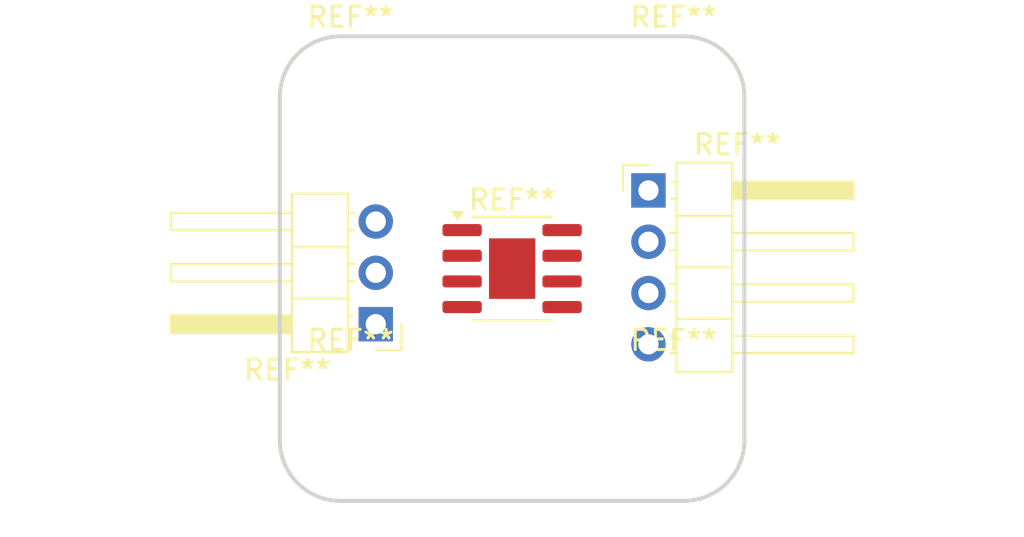
<source format=kicad_pcb>
(kicad_pcb (version 20241229) (generator "pcbnew") (generator_version "9.0")
  (layers (0 "F.Cu" signal) (2 "B.Cu" signal) (13 "F.Paste" user) (15 "B.Paste" user) (5 "F.SilkS" user "F.Silkscreen") (7 "B.SilkS" user "B.Silkscreen") (1 "F.Mask" user) (3 "B.Mask" user) (25 "Edge.Cuts" user))
  (net 0 "")
  (footprint "MountingHole:MountingHole_3.5mm" (layer "F.Cu") (at 8 8)
    (property "Reference" "REF**" (at 0 -4.45 0) (layer "F.SilkS"))
    (property "Value" "MountingHole_3.5mm")
    (pad "" np_thru_hole circle (at 0 0) (size 3.5 3.5) (drill 3.5) (layers "*.Cu" "*.Mask"))
  )
  (footprint "MountingHole:MountingHole_3.5mm" (layer "F.Cu") (at -7.999999 7.999999)
    (property "Reference" "REF**" (at 0 -4.45 0) (layer "F.SilkS"))
    (property "Value" "MountingHole_3.5mm")
    (pad "" np_thru_hole circle (at 0 0) (size 3.5 3.5) (drill 3.5) (layers "*.Cu" "*.Mask"))
  )
  (footprint "Connector_PinHeader_2.54mm:PinHeader_1x04_P2.54mm_Horizontal" (layer "F.Cu") (at 6.75 -3.87)
    (property "Reference" "REF**" (at 4.385 -2.27 0) (layer "F.SilkS"))
    (property "Value" "PinHeader_1x04_P2.54mm_Horizontal")
    (fp_line (start -1.27 -1.27) (end 0 -1.27) (stroke (width 0.12)) (layer "F.SilkS"))
    (fp_line (start -1.27 0) (end -1.27 -1.27) (stroke (width 0.12)) (layer "F.SilkS"))
    (fp_line (start 1.077358 2.11) (end 1.39 2.11) (stroke (width 0.12)) (layer "F.SilkS"))
    (fp_line (start 1.077358 2.97) (end 1.39 2.97) (stroke (width 0.12)) (layer "F.SilkS"))
    (fp_line (start 1.077358 4.65) (end 1.39 4.65) (stroke (width 0.12)) (layer "F.SilkS"))
    (fp_line (start 1.077358 5.51) (end 1.39 5.51) (stroke (width 0.12)) (layer "F.SilkS"))
    (fp_line (start 1.077358 7.19) (end 1.39 7.19) (stroke (width 0.12)) (layer "F.SilkS"))
    (fp_line (start 1.077358 8.05) (end 1.39 8.05) (stroke (width 0.12)) (layer "F.SilkS"))
    (fp_line (start 1.16 -0.43) (end 1.39 -0.43) (stroke (width 0.12)) (layer "F.SilkS"))
    (fp_line (start 1.16 0.43) (end 1.39 0.43) (stroke (width 0.12)) (layer "F.SilkS"))
    (fp_line (start 1.39 -1.38) (end 1.39 9) (stroke (width 0.12)) (layer "F.SilkS"))
    (fp_line (start 1.39 1.27) (end 4.15 1.27) (stroke (width 0.12)) (layer "F.SilkS"))
    (fp_line (start 1.39 3.81) (end 4.15 3.81) (stroke (width 0.12)) (layer "F.SilkS"))
    (fp_line (start 1.39 6.35) (end 4.15 6.35) (stroke (width 0.12)) (layer "F.SilkS"))
    (fp_line (start 1.39 9) (end 4.15 9) (stroke (width 0.12)) (layer "F.SilkS"))
    (fp_line (start 4.15 -1.38) (end 1.39 -1.38) (stroke (width 0.12)) (layer "F.SilkS"))
    (fp_line (start 4.15 2.11) (end 10.15 2.11) (stroke (width 0.12)) (layer "F.SilkS"))
    (fp_line (start 4.15 4.65) (end 10.15 4.65) (stroke (width 0.12)) (layer "F.SilkS"))
    (fp_line (start 4.15 7.19) (end 10.15 7.19) (stroke (width 0.12)) (layer "F.SilkS"))
    (fp_line (start 4.15 9) (end 4.15 -1.38) (stroke (width 0.12)) (layer "F.SilkS"))
    (fp_line (start 10.15 2.11) (end 10.15 2.97) (stroke (width 0.12)) (layer "F.SilkS"))
    (fp_line (start 10.15 2.97) (end 4.15 2.97) (stroke (width 0.12)) (layer "F.SilkS"))
    (fp_line (start 10.15 4.65) (end 10.15 5.51) (stroke (width 0.12)) (layer "F.SilkS"))
    (fp_line (start 10.15 5.51) (end 4.15 5.51) (stroke (width 0.12)) (layer "F.SilkS"))
    (fp_line (start 10.15 7.19) (end 10.15 8.05) (stroke (width 0.12)) (layer "F.SilkS"))
    (fp_line (start 10.15 8.05) (end 4.15 8.05) (stroke (width 0.12)) (layer "F.SilkS"))
    (fp_rect (start 4.15 -0.43) (end 10.15 0.43) (stroke (width 0.12)) (fill yes) (layer "F.SilkS"))
    (pad "1" thru_hole rect (at 0 0) (size 1.7 1.7) (drill 1) (layers "*.Cu" "*.Mask"))
    (pad "2" thru_hole circle (at 0 2.54) (size 1.7 1.7) (drill 1) (layers "*.Cu" "*.Mask"))
    (pad "3" thru_hole circle (at 0 5.08) (size 1.7 1.7) (drill 1) (layers "*.Cu" "*.Mask"))
    (pad "4" thru_hole circle (at 0 7.62) (size 1.7 1.7) (drill 1) (layers "*.Cu" "*.Mask"))
  )
  (footprint "Package_SO:SOIC-8-1EP_3.9x4.9mm_P1.27mm_EP2.29x3mm" (layer "F.Cu") (at 0 0)
    (property "Reference" "REF**" (at 0 -3.4 0) (layer "F.SilkS"))
    (property "Value" "SOIC-8-1EP_3.9x4.9mm_P1.27mm_EP2.29x3mm")
    (fp_line (start 0 -2.56) (end -1.95 -2.56) (stroke (width 0.12)) (layer "F.SilkS"))
    (fp_line (start 0 -2.56) (end 1.95 -2.56) (stroke (width 0.12)) (layer "F.SilkS"))
    (fp_line (start 0 2.56) (end -1.95 2.56) (stroke (width 0.12)) (layer "F.SilkS"))
    (fp_line (start 0 2.56) (end 1.95 2.56) (stroke (width 0.12)) (layer "F.SilkS"))
    (fp_poly (pts (xy -2.7 -2.465) (xy -2.94 -2.795) (xy -2.46 -2.795)) (stroke (width 0.12)) (fill yes) (layer "F.SilkS"))
    (pad "1" smd roundrect (at -2.475 -1.905) (size 1.95 0.6) (layers "F.Cu" "F.Mask" "F.Paste"))
    (pad "2" smd roundrect (at -2.475 -0.635) (size 1.95 0.6) (layers "F.Cu" "F.Mask" "F.Paste"))
    (pad "3" smd roundrect (at -2.475 0.635) (size 1.95 0.6) (layers "F.Cu" "F.Mask" "F.Paste"))
    (pad "4" smd roundrect (at -2.475 1.905) (size 1.95 0.6) (layers "F.Cu" "F.Mask" "F.Paste"))
    (pad "5" smd roundrect (at 2.475 1.905) (size 1.95 0.6) (layers "F.Cu" "F.Mask" "F.Paste"))
    (pad "6" smd roundrect (at 2.475 0.635) (size 1.95 0.6) (layers "F.Cu" "F.Mask" "F.Paste"))
    (pad "7" smd roundrect (at 2.475 -0.635) (size 1.95 0.6) (layers "F.Cu" "F.Mask" "F.Paste"))
    (pad "8" smd roundrect (at 2.475 -1.905) (size 1.95 0.6) (layers "F.Cu" "F.Mask" "F.Paste"))
    (pad "9" smd rect (at 0 0) (size 2.29 3) (property pad_prop_heatsink) (layers "F.Cu" "F.Mask"))
  )
  (footprint "Connector_PinHeader_2.54mm:PinHeader_1x03_P2.54mm_Horizontal" (layer "F.Cu") (at -6.75 2.75 180)
    (property "Reference" "REF**" (at 4.385 -2.27 0) (layer "F.SilkS"))
    (property "Value" "PinHeader_1x03_P2.54mm_Horizontal")
    (fp_line (start 10.15 5.51) (end 4.15 5.51) (stroke (width 0.12)) (layer "F.SilkS"))
    (fp_line (start 10.15 4.65) (end 10.15 5.51) (stroke (width 0.12)) (layer "F.SilkS"))
    (fp_line (start 10.15 2.97) (end 4.15 2.97) (stroke (width 0.12)) (layer "F.SilkS"))
    (fp_line (start 10.15 2.11) (end 10.15 2.97) (stroke (width 0.12)) (layer "F.SilkS"))
    (fp_line (start 4.15 6.46) (end 4.15 -1.38) (stroke (width 0.12)) (layer "F.SilkS"))
    (fp_line (start 4.15 4.65) (end 10.15 4.65) (stroke (width 0.12)) (layer "F.SilkS"))
    (fp_line (start 4.15 2.11) (end 10.15 2.11) (stroke (width 0.12)) (layer "F.SilkS"))
    (fp_line (start 4.15 -1.38) (end 1.39 -1.38) (stroke (width 0.12)) (layer "F.SilkS"))
    (fp_line (start 1.39 6.46) (end 4.15 6.46) (stroke (width 0.12)) (layer "F.SilkS"))
    (fp_line (start 1.39 3.81) (end 4.15 3.81) (stroke (width 0.12)) (layer "F.SilkS"))
    (fp_line (start 1.39 1.27) (end 4.15 1.27) (stroke (width 0.12)) (layer "F.SilkS"))
    (fp_line (start 1.39 -1.38) (end 1.39 6.46) (stroke (width 0.12)) (layer "F.SilkS"))
    (fp_line (start 1.16 0.43) (end 1.39 0.43) (stroke (width 0.12)) (layer "F.SilkS"))
    (fp_line (start 1.16 -0.43) (end 1.39 -0.43) (stroke (width 0.12)) (layer "F.SilkS"))
    (fp_line (start 1.077358 5.51) (end 1.39 5.51) (stroke (width 0.12)) (layer "F.SilkS"))
    (fp_line (start 1.077358 4.65) (end 1.39 4.65) (stroke (width 0.12)) (layer "F.SilkS"))
    (fp_line (start 1.077358 2.97) (end 1.39 2.97) (stroke (width 0.12)) (layer "F.SilkS"))
    (fp_line (start 1.077358 2.11) (end 1.39 2.11) (stroke (width 0.12)) (layer "F.SilkS"))
    (fp_line (start -1.27 0) (end -1.27 -1.27) (stroke (width 0.12)) (layer "F.SilkS"))
    (fp_line (start -1.27 -1.27) (end 0 -1.27) (stroke (width 0.12)) (layer "F.SilkS"))
    (fp_rect (start 4.15 -0.43) (end 10.15 0.43) (stroke (width 0.12)) (fill yes) (layer "F.SilkS"))
    (pad "1" thru_hole rect (at 0 0 180) (size 1.7 1.7) (drill 1) (layers "*.Cu" "*.Mask"))
    (pad "2" thru_hole circle (at 0 2.54 180) (size 1.7 1.7) (drill 1) (layers "*.Cu" "*.Mask"))
    (pad "3" thru_hole circle (at 0 5.08 180) (size 1.7 1.7) (drill 1) (layers "*.Cu" "*.Mask"))
  )
  (footprint "MountingHole:MountingHole_3.5mm" (layer "F.Cu") (at 8 -8)
    (property "Reference" "REF**" (at 0 -4.45 0) (layer "F.SilkS"))
    (property "Value" "MountingHole_3.5mm")
    (pad "" np_thru_hole circle (at 0 0) (size 3.5 3.5) (drill 3.5) (layers "*.Cu" "*.Mask"))
  )
  (footprint "MountingHole:MountingHole_3.5mm" (layer "F.Cu") (at -8 -8)
    (property "Reference" "REF**" (at 0 -4.45 0) (layer "F.SilkS"))
    (property "Value" "MountingHole_3.5mm")
    (pad "" np_thru_hole circle (at 0 0) (size 3.5 3.5) (drill 3.5) (layers "*.Cu" "*.Mask"))
  )
  (gr_arc (start -8.499999 11.5) (mid -10.62132 10.62132) (end -11.5 8.499999) (stroke (width 0.2)) (layer "Edge.Cuts"))
  (gr_line (start 11.5 -8.5) (end 11.5 8.5) (stroke (width 0.2)) (layer "Edge.Cuts"))
  (gr_arc (start 11.5 8.5) (mid 10.62132 10.62132) (end 8.5 11.5) (stroke (width 0.2)) (layer "Edge.Cuts"))
  (gr_line (start -11.5 -8.499999) (end -11.5 8.499999) (stroke (width 0.2)) (layer "Edge.Cuts"))
  (gr_line (start -8.499999 11.5) (end 8.5 11.5) (stroke (width 0.2)) (layer "Edge.Cuts"))
  (gr_arc (start 8.5 -11.5) (mid 10.62132 -10.62132) (end 11.5 -8.5) (stroke (width 0.2)) (layer "Edge.Cuts"))
  (gr_line (start -8.499999 -11.5) (end 8.5 -11.5) (stroke (width 0.2)) (layer "Edge.Cuts"))
  (gr_arc (start -11.5 -8.499999) (mid -10.62132 -10.62132) (end -8.499999 -11.5) (stroke (width 0.2)) (layer "Edge.Cuts"))
)
</source>
